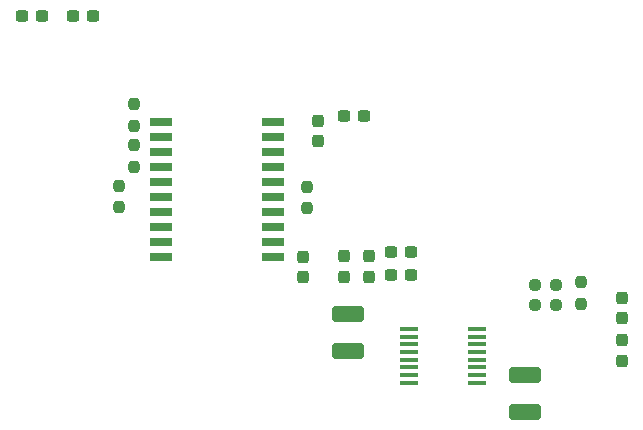
<source format=gbp>
%TF.GenerationSoftware,KiCad,Pcbnew,8.0.4*%
%TF.CreationDate,2025-01-10T13:29:25-08:00*%
%TF.ProjectId,X17_Pi_Shield,5831375f-5069-45f5-9368-69656c642e6b,rev?*%
%TF.SameCoordinates,Original*%
%TF.FileFunction,Paste,Bot*%
%TF.FilePolarity,Positive*%
%FSLAX46Y46*%
G04 Gerber Fmt 4.6, Leading zero omitted, Abs format (unit mm)*
G04 Created by KiCad (PCBNEW 8.0.4) date 2025-01-10 13:29:25*
%MOMM*%
%LPD*%
G01*
G04 APERTURE LIST*
G04 Aperture macros list*
%AMRoundRect*
0 Rectangle with rounded corners*
0 $1 Rounding radius*
0 $2 $3 $4 $5 $6 $7 $8 $9 X,Y pos of 4 corners*
0 Add a 4 corners polygon primitive as box body*
4,1,4,$2,$3,$4,$5,$6,$7,$8,$9,$2,$3,0*
0 Add four circle primitives for the rounded corners*
1,1,$1+$1,$2,$3*
1,1,$1+$1,$4,$5*
1,1,$1+$1,$6,$7*
1,1,$1+$1,$8,$9*
0 Add four rect primitives between the rounded corners*
20,1,$1+$1,$2,$3,$4,$5,0*
20,1,$1+$1,$4,$5,$6,$7,0*
20,1,$1+$1,$6,$7,$8,$9,0*
20,1,$1+$1,$8,$9,$2,$3,0*%
G04 Aperture macros list end*
%ADD10RoundRect,0.237500X0.250000X0.237500X-0.250000X0.237500X-0.250000X-0.237500X0.250000X-0.237500X0*%
%ADD11RoundRect,0.237500X0.300000X0.237500X-0.300000X0.237500X-0.300000X-0.237500X0.300000X-0.237500X0*%
%ADD12RoundRect,0.237500X-0.250000X-0.237500X0.250000X-0.237500X0.250000X0.237500X-0.250000X0.237500X0*%
%ADD13RoundRect,0.250000X-1.100000X0.412500X-1.100000X-0.412500X1.100000X-0.412500X1.100000X0.412500X0*%
%ADD14RoundRect,0.237500X0.237500X-0.250000X0.237500X0.250000X-0.237500X0.250000X-0.237500X-0.250000X0*%
%ADD15RoundRect,0.237500X-0.237500X0.250000X-0.237500X-0.250000X0.237500X-0.250000X0.237500X0.250000X0*%
%ADD16RoundRect,0.051250X0.733750X0.153750X-0.733750X0.153750X-0.733750X-0.153750X0.733750X-0.153750X0*%
%ADD17RoundRect,0.237500X-0.237500X0.300000X-0.237500X-0.300000X0.237500X-0.300000X0.237500X0.300000X0*%
%ADD18RoundRect,0.237500X-0.300000X-0.237500X0.300000X-0.237500X0.300000X0.237500X-0.300000X0.237500X0*%
%ADD19RoundRect,0.237500X0.237500X-0.300000X0.237500X0.300000X-0.237500X0.300000X-0.237500X-0.300000X0*%
%ADD20RoundRect,0.024000X0.911000X0.276000X-0.911000X0.276000X-0.911000X-0.276000X0.911000X-0.276000X0*%
G04 APERTURE END LIST*
D10*
%TO.C,R22*%
X181625000Y-102781750D03*
X179800000Y-102781750D03*
%TD*%
D11*
%TO.C,C16*%
X142425000Y-80000000D03*
X140700000Y-80000000D03*
%TD*%
D12*
%TO.C,R21*%
X179815000Y-104481750D03*
X181640000Y-104481750D03*
%TD*%
D11*
%TO.C,FB1*%
X169362500Y-100000000D03*
X167637500Y-100000000D03*
%TD*%
D13*
%TO.C,C5*%
X164000000Y-105237500D03*
X164000000Y-108362500D03*
%TD*%
D14*
%TO.C,R19*%
X145900000Y-89325000D03*
X145900000Y-87500000D03*
%TD*%
%TO.C,R9*%
X160500000Y-96325000D03*
X160500000Y-94500000D03*
%TD*%
D13*
%TO.C,C17*%
X179000000Y-110437500D03*
X179000000Y-113562500D03*
%TD*%
D15*
%TO.C,R17*%
X145900000Y-90987500D03*
X145900000Y-92812500D03*
%TD*%
D16*
%TO.C,U3*%
X174900000Y-106550000D03*
X174900000Y-107200000D03*
X174900000Y-107850000D03*
X174900000Y-108500000D03*
X174900000Y-109150000D03*
X174900000Y-109800000D03*
X174900000Y-110450000D03*
X174900000Y-111100000D03*
X169160000Y-111100000D03*
X169160000Y-110450000D03*
X169160000Y-109800000D03*
X169160000Y-109150000D03*
X169160000Y-108500000D03*
X169160000Y-107850000D03*
X169160000Y-107200000D03*
X169160000Y-106550000D03*
%TD*%
D17*
%TO.C,C1*%
X165800000Y-100375000D03*
X165800000Y-102100000D03*
%TD*%
D11*
%TO.C,FB5*%
X165362500Y-88500000D03*
X163637500Y-88500000D03*
%TD*%
D17*
%TO.C,C2*%
X163700000Y-100375000D03*
X163700000Y-102100000D03*
%TD*%
%TO.C,C19*%
X187200000Y-103875000D03*
X187200000Y-105600000D03*
%TD*%
D15*
%TO.C,R20*%
X144600000Y-94400000D03*
X144600000Y-96225000D03*
%TD*%
D17*
%TO.C,C3*%
X160200000Y-100412500D03*
X160200000Y-102137500D03*
%TD*%
D18*
%TO.C,FB2*%
X167637500Y-102000000D03*
X169362500Y-102000000D03*
%TD*%
D14*
%TO.C,R18*%
X183695000Y-104400000D03*
X183695000Y-102575000D03*
%TD*%
D17*
%TO.C,C20*%
X187200000Y-107500000D03*
X187200000Y-109225000D03*
%TD*%
D18*
%TO.C,C12*%
X136375000Y-80000000D03*
X138100000Y-80000000D03*
%TD*%
D19*
%TO.C,C10*%
X161500000Y-90625000D03*
X161500000Y-88900000D03*
%TD*%
D20*
%TO.C,U7*%
X157635000Y-88985000D03*
X157635000Y-90255000D03*
X157635000Y-91525000D03*
X157635000Y-92795000D03*
X157635000Y-94065000D03*
X157635000Y-95335000D03*
X157635000Y-96605000D03*
X157635000Y-97875000D03*
X157635000Y-99145000D03*
X157635000Y-100415000D03*
X148165000Y-100415000D03*
X148165000Y-99145000D03*
X148165000Y-97875000D03*
X148165000Y-96605000D03*
X148165000Y-95335000D03*
X148165000Y-94065000D03*
X148165000Y-92795000D03*
X148165000Y-91525000D03*
X148165000Y-90255000D03*
X148165000Y-88985000D03*
%TD*%
M02*

</source>
